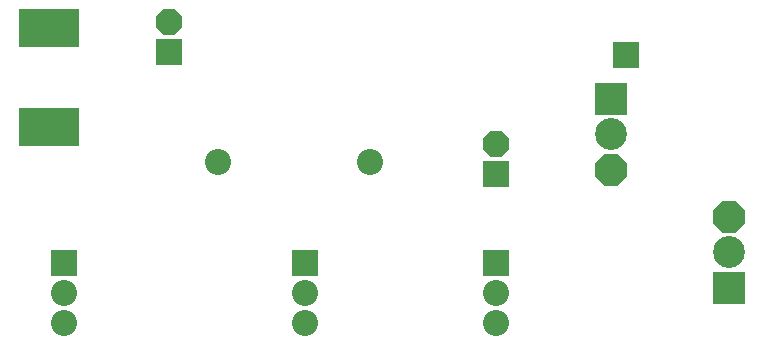
<source format=gbs>
%FSLAX25Y25*%
%MOIN*%
G70*
G01*
G75*
G04 Layer_Color=16711935*
%ADD10R,0.11811X0.07874*%
%ADD11R,0.19685X0.11811*%
%ADD12R,0.05906X0.04331*%
%ADD13R,0.04331X0.05906*%
%ADD14R,0.01969X0.04724*%
%ADD15R,0.03150X0.03543*%
%ADD16O,0.09843X0.02756*%
%ADD17C,0.03150*%
%ADD18C,0.01969*%
%ADD19C,0.05906*%
%ADD20C,0.01575*%
%ADD21C,0.01181*%
%ADD22C,0.03937*%
%ADD23C,0.04724*%
%ADD24C,0.05118*%
%ADD25C,0.00945*%
%ADD26R,0.07874X0.07874*%
%ADD27R,0.07874X0.07874*%
%ADD28P,0.08523X8X112.5*%
%ADD29C,0.07874*%
%ADD30P,0.10653X8X292.5*%
%ADD31C,0.09843*%
%ADD32R,0.09843X0.09843*%
%ADD33C,0.00984*%
%ADD34C,0.00787*%
%ADD35C,0.01000*%
%ADD36R,0.12611X0.08674*%
%ADD37R,0.20485X0.12611*%
%ADD38R,0.06706X0.05131*%
%ADD39R,0.05131X0.06706*%
%ADD40R,0.02769X0.05524*%
%ADD41R,0.03950X0.04343*%
%ADD42O,0.10642X0.03556*%
%ADD43R,0.08674X0.08674*%
%ADD44R,0.08674X0.08674*%
%ADD45P,0.09389X8X112.5*%
%ADD46C,0.08674*%
%ADD47P,0.11519X8X292.5*%
%ADD48C,0.10642*%
%ADD49R,0.10642X0.10642*%
D37*
X13043Y95465D02*
D03*
Y128535D02*
D03*
D43*
X205500Y119500D02*
D03*
D44*
X162000Y80000D02*
D03*
X53000Y120500D02*
D03*
X162000Y50315D02*
D03*
X98500D02*
D03*
X18000D02*
D03*
D45*
X162000Y90000D02*
D03*
X53000Y130500D02*
D03*
D46*
X162000Y30315D02*
D03*
Y40315D02*
D03*
X98500Y30315D02*
D03*
Y40315D02*
D03*
X18000Y30315D02*
D03*
Y40315D02*
D03*
X69354Y84000D02*
D03*
X120000D02*
D03*
D47*
X239685Y65626D02*
D03*
X200315Y81374D02*
D03*
D48*
X239685Y53815D02*
D03*
X200315Y93185D02*
D03*
D49*
Y104996D02*
D03*
X239685Y42004D02*
D03*
M02*

</source>
